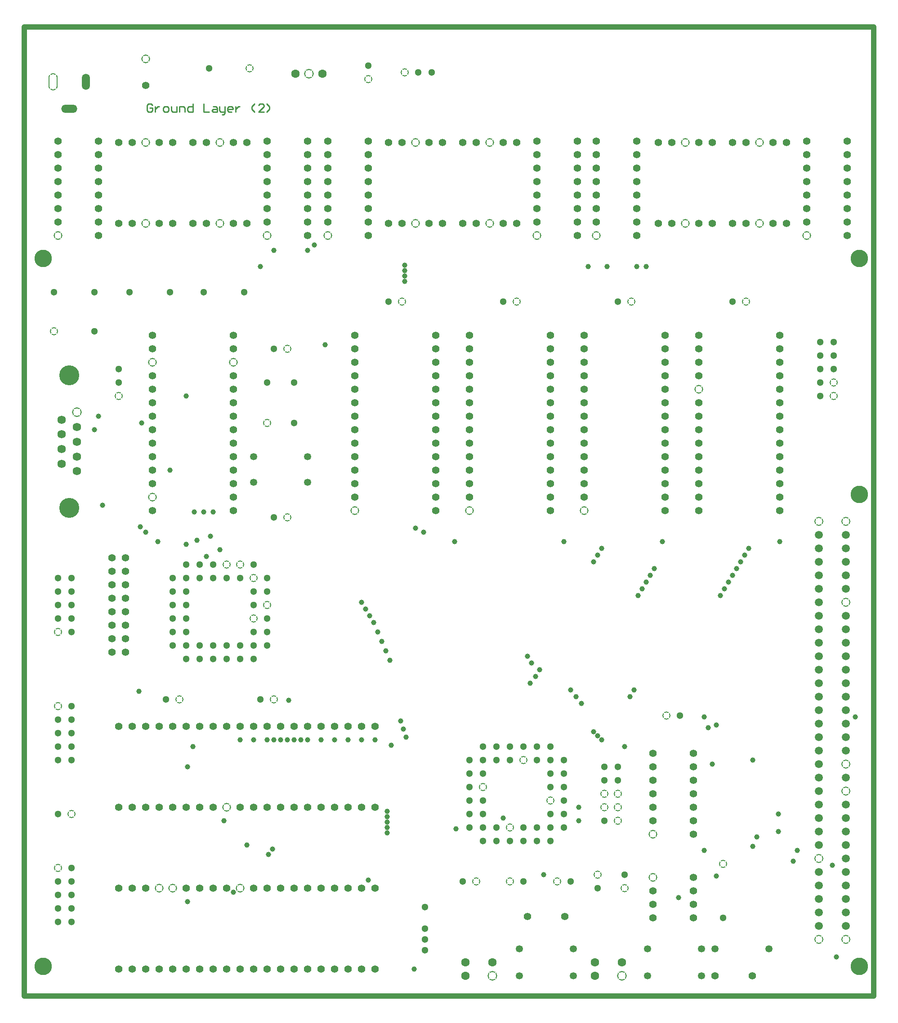
<source format=gbr>
G04 Layer_Physical_Order=2*
G04 Layer_Color=32768*
%FSLAX26Y26*%
%MOIN*%
%TF.FileFunction,Copper,L2,Inr,Plane*%
%TF.Part,Single*%
G01*
G75*
%TA.AperFunction,NonConductor*%
%ADD14C,0.010000*%
%TA.AperFunction,ComponentPad*%
%ADD20C,0.055118*%
%ADD22C,0.059055*%
%TA.AperFunction,NonConductor*%
%ADD39C,0.040000*%
%TA.AperFunction,ComponentPad*%
%AMTHOVALD40*
21,1,0.060630,0.068898,0,0,90.0*
1,1,0.068898,0.000000,-0.030315*
1,1,0.068898,0.000000,0.030315*
21,0,0.060630,0.053150,0,0,90.0*
1,0,0.053150,0.000000,-0.030315*
1,0,0.053150,0.000000,0.030315*
4,0,4,0.002784,-0.027531,0.027143,-0.051890,0.021575,-0.057458,-0.002784,-0.033099,0.002784,-0.027531,0.0*
4,0,4,0.002784,0.033099,-0.021575,0.057458,-0.027143,0.051890,-0.002784,0.027531,0.002784,0.033099,0.0*
4,0,4,0.002784,-0.033099,-0.021575,-0.057458,-0.027143,-0.051890,-0.002784,-0.027531,0.002784,-0.033099,0.0*
4,0,4,0.002784,0.027531,0.027143,0.051890,0.021575,0.057458,-0.002784,0.033099,0.002784,0.027531,0.0*
%
%ADD40THOVALD40*%

%ADD41O,0.059055X0.119685*%
%ADD42O,0.119685X0.059055*%
%ADD43C,0.148031*%
%ADD44C,0.062598*%
G04:AMPARAMS|DCode=45|XSize=72.441mil|YSize=72.441mil|CornerRadius=0mil|HoleSize=0mil|Usage=FLASHONLY|Rotation=0.000|XOffset=0mil|YOffset=0mil|HoleType=Round|Shape=Relief|Width=7.874mil|Gap=7.874mil|Entries=4|*
%AMTHD45*
7,0,0,0.072441,0.056693,0.007874,45*
%
%ADD45THD45*%
%ADD46C,0.053150*%
G04:AMPARAMS|DCode=47|XSize=61.024mil|YSize=61.024mil|CornerRadius=0mil|HoleSize=0mil|Usage=FLASHONLY|Rotation=0.000|XOffset=0mil|YOffset=0mil|HoleType=Round|Shape=Relief|Width=7.874mil|Gap=7.874mil|Entries=4|*
%AMTHD47*
7,0,0,0.061024,0.045276,0.007874,45*
%
%ADD47THD47*%
%ADD48C,0.051181*%
%ADD49C,0.062992*%
G04:AMPARAMS|DCode=50|XSize=72.835mil|YSize=72.835mil|CornerRadius=0mil|HoleSize=0mil|Usage=FLASHONLY|Rotation=0.000|XOffset=0mil|YOffset=0mil|HoleType=Round|Shape=Relief|Width=7.874mil|Gap=7.874mil|Entries=4|*
%AMTHD50*
7,0,0,0.072835,0.057087,0.007874,45*
%
%ADD50THD50*%
%ADD51C,0.055118*%
G04:AMPARAMS|DCode=52|XSize=64.961mil|YSize=64.961mil|CornerRadius=0mil|HoleSize=0mil|Usage=FLASHONLY|Rotation=0.000|XOffset=0mil|YOffset=0mil|HoleType=Round|Shape=Relief|Width=7.874mil|Gap=7.874mil|Entries=4|*
%AMTHD52*
7,0,0,0.064961,0.049213,0.007874,45*
%
%ADD52THD52*%
G04:AMPARAMS|DCode=53|XSize=64.961mil|YSize=64.961mil|CornerRadius=0mil|HoleSize=0mil|Usage=FLASHONLY|Rotation=0.000|XOffset=0mil|YOffset=0mil|HoleType=Round|Shape=Relief|Width=7.874mil|Gap=7.874mil|Entries=4|*
%AMTHD53*
7,0,0,0.064961,0.049213,0.007874,45*
%
%ADD53THD53*%
%ADD54C,0.129921*%
G04:AMPARAMS|DCode=55|XSize=68.898mil|YSize=68.898mil|CornerRadius=0mil|HoleSize=0mil|Usage=FLASHONLY|Rotation=0.000|XOffset=0mil|YOffset=0mil|HoleType=Round|Shape=Relief|Width=7.874mil|Gap=7.874mil|Entries=4|*
%AMTHD55*
7,0,0,0.068898,0.053150,0.007874,45*
%
%ADD55THD55*%
%TA.AperFunction,ViaPad*%
%ADD56C,0.129921*%
%ADD57C,0.039370*%
D14*
X949987Y6604984D02*
X939990Y6614981D01*
X919997D01*
X910000Y6604984D01*
Y6564997D01*
X919997Y6555000D01*
X939990D01*
X949987Y6564997D01*
Y6584990D01*
X929994D01*
X969981Y6594987D02*
Y6555000D01*
Y6574993D01*
X979977Y6584990D01*
X989974Y6594987D01*
X999971D01*
X1039958Y6555000D02*
X1059951D01*
X1069948Y6564997D01*
Y6584990D01*
X1059951Y6594987D01*
X1039958D01*
X1029961Y6584990D01*
Y6564997D01*
X1039958Y6555000D01*
X1089942Y6594987D02*
Y6564997D01*
X1099939Y6555000D01*
X1129929D01*
Y6594987D01*
X1149922Y6555000D02*
Y6594987D01*
X1179913D01*
X1189909Y6584990D01*
Y6555000D01*
X1249890Y6614981D02*
Y6555000D01*
X1219900D01*
X1209903Y6564997D01*
Y6584990D01*
X1219900Y6594987D01*
X1249890D01*
X1329864Y6614981D02*
Y6555000D01*
X1369851D01*
X1399842Y6594987D02*
X1419835D01*
X1429832Y6584990D01*
Y6555000D01*
X1399842D01*
X1389845Y6564997D01*
X1399842Y6574993D01*
X1429832D01*
X1449825Y6594987D02*
Y6564997D01*
X1459822Y6555000D01*
X1489812D01*
Y6545003D01*
X1479816Y6535007D01*
X1469819D01*
X1489812Y6555000D02*
Y6594987D01*
X1539796Y6555000D02*
X1519803D01*
X1509806Y6564997D01*
Y6584990D01*
X1519803Y6594987D01*
X1539796D01*
X1549793Y6584990D01*
Y6574993D01*
X1509806D01*
X1569787Y6594987D02*
Y6555000D01*
Y6574993D01*
X1579783Y6584990D01*
X1589780Y6594987D01*
X1599777D01*
X1709741Y6555000D02*
X1689748Y6574993D01*
Y6594987D01*
X1709741Y6614981D01*
X1779719Y6555000D02*
X1739732D01*
X1779719Y6594987D01*
Y6604984D01*
X1769722Y6614981D01*
X1749728D01*
X1739732Y6604984D01*
X1799712Y6555000D02*
X1819706Y6574993D01*
Y6594987D01*
X1799712Y6614981D01*
D20*
X5399764Y150000D02*
D03*
X5120236D02*
D03*
X5250000Y5730000D02*
D03*
X5350000D02*
D03*
X5550000D02*
D03*
X5650000D02*
D03*
X5250000Y6330000D02*
D03*
X5350000D02*
D03*
X5550000D02*
D03*
X5650000D02*
D03*
X4700000Y5730000D02*
D03*
X4800000D02*
D03*
X5000000D02*
D03*
X5100000D02*
D03*
X4700000Y6330000D02*
D03*
X4800000D02*
D03*
X5000000D02*
D03*
X5100000D02*
D03*
X1250000Y5730000D02*
D03*
X1350000D02*
D03*
X1550000D02*
D03*
X1650000D02*
D03*
X1250000Y6330000D02*
D03*
X1350000D02*
D03*
X1550000D02*
D03*
X1650000D02*
D03*
X700000Y5730000D02*
D03*
X800000D02*
D03*
X1000000D02*
D03*
X1100000D02*
D03*
X700000Y6330000D02*
D03*
X800000D02*
D03*
X1000000D02*
D03*
X1100000D02*
D03*
X3250000Y5730000D02*
D03*
X3350000D02*
D03*
X3550000D02*
D03*
X3650000D02*
D03*
X3250000Y6330000D02*
D03*
X3350000D02*
D03*
X3550000D02*
D03*
X3650000D02*
D03*
X2700000Y5730000D02*
D03*
X2800000D02*
D03*
X3000000D02*
D03*
X3100000D02*
D03*
X2700000Y6330000D02*
D03*
X2800000D02*
D03*
X3000000D02*
D03*
X3100000D02*
D03*
X4009764Y590000D02*
D03*
X3730236D02*
D03*
X650000Y3250000D02*
D03*
X750000D02*
D03*
X650000Y3150000D02*
D03*
X750000D02*
D03*
X650000Y3050000D02*
D03*
X750000D02*
D03*
X650000Y2950000D02*
D03*
X750000D02*
D03*
X650000Y2850000D02*
D03*
X750000D02*
D03*
X650000Y2750000D02*
D03*
X750000D02*
D03*
X650000Y2650000D02*
D03*
X750000D02*
D03*
X650000Y2550000D02*
D03*
X750000D02*
D03*
X950000Y4900000D02*
D03*
Y4800000D02*
D03*
Y4600000D02*
D03*
Y4500000D02*
D03*
Y4400000D02*
D03*
Y4300000D02*
D03*
Y4200000D02*
D03*
Y4100000D02*
D03*
Y4000000D02*
D03*
Y3900000D02*
D03*
Y3800000D02*
D03*
Y3600000D02*
D03*
X1550000Y4900000D02*
D03*
Y4800000D02*
D03*
Y4600000D02*
D03*
Y4500000D02*
D03*
Y4400000D02*
D03*
Y4300000D02*
D03*
Y4200000D02*
D03*
Y4100000D02*
D03*
Y4000000D02*
D03*
Y3900000D02*
D03*
Y3800000D02*
D03*
Y3700000D02*
D03*
Y3600000D02*
D03*
X900000Y6751575D02*
D03*
D22*
X5890551Y3418504D02*
D03*
Y3118504D02*
D03*
Y2818504D02*
D03*
Y2518504D02*
D03*
X6090551Y518504D02*
D03*
X5890551Y3318504D02*
D03*
Y3218504D02*
D03*
Y3018504D02*
D03*
Y2918504D02*
D03*
Y2718504D02*
D03*
Y2618504D02*
D03*
Y2418504D02*
D03*
X6090551Y3318504D02*
D03*
Y3218504D02*
D03*
Y3018504D02*
D03*
Y2718504D02*
D03*
Y2618504D02*
D03*
Y2418504D02*
D03*
X5890551Y618504D02*
D03*
Y718504D02*
D03*
Y918504D02*
D03*
Y1218504D02*
D03*
Y1318504D02*
D03*
Y1518504D02*
D03*
X6090551Y618504D02*
D03*
Y718504D02*
D03*
Y918504D02*
D03*
Y1018504D02*
D03*
Y1218504D02*
D03*
Y1318504D02*
D03*
X5890551Y1618504D02*
D03*
Y1718504D02*
D03*
Y1818504D02*
D03*
Y1918504D02*
D03*
Y2018504D02*
D03*
Y2118504D02*
D03*
Y2218504D02*
D03*
Y2318504D02*
D03*
X6090551Y1618504D02*
D03*
Y1818504D02*
D03*
Y1918504D02*
D03*
Y2018504D02*
D03*
Y2118504D02*
D03*
Y2218504D02*
D03*
Y2318504D02*
D03*
Y3418504D02*
D03*
Y3118504D02*
D03*
Y2818504D02*
D03*
Y2518504D02*
D03*
Y1418504D02*
D03*
Y1118504D02*
D03*
Y818504D02*
D03*
X5890551Y518504D02*
D03*
Y818504D02*
D03*
Y1118504D02*
D03*
Y1418504D02*
D03*
D39*
X-1Y7185039D02*
X0Y0D01*
X-1Y7185039D02*
X6299211D01*
X6299213Y0D01*
X0D02*
X6299213D01*
D40*
X215276Y6780630D02*
D03*
D41*
X459370Y6780787D02*
D03*
D42*
X335000Y6580000D02*
D03*
D43*
X334016Y4601929D02*
D03*
Y3618071D02*
D03*
D44*
X389921Y3891890D02*
D03*
X278110Y3946417D02*
D03*
X389921Y4000945D02*
D03*
X278110Y4055472D02*
D03*
X389921Y4110000D02*
D03*
X278110Y4164528D02*
D03*
X389921Y4219055D02*
D03*
X278110Y4273583D02*
D03*
D45*
X389921Y4328110D02*
D03*
D46*
X3670000Y150000D02*
D03*
X4070000D02*
D03*
X5020000D02*
D03*
X4620000D02*
D03*
X3670000Y350000D02*
D03*
X4070000D02*
D03*
X5020000D02*
D03*
X4620000D02*
D03*
X5520000D02*
D03*
X5120000D02*
D03*
X2100000Y4000000D02*
D03*
X1700000D02*
D03*
X2100000Y3810000D02*
D03*
X1700000D02*
D03*
D47*
X3600000Y850000D02*
D03*
X4250000Y900000D02*
D03*
X4450000Y800000D02*
D03*
X1150000Y2200000D02*
D03*
X3350000Y850000D02*
D03*
X4500000Y5150000D02*
D03*
X2800000D02*
D03*
X3650000D02*
D03*
X1850000Y2200000D02*
D03*
X4760000Y2080000D02*
D03*
X3950000Y850000D02*
D03*
X5350000Y5150000D02*
D03*
X1950000Y3550000D02*
D03*
X1700000Y2800000D02*
D03*
X1800000Y2900000D02*
D03*
X1700000Y3100000D02*
D03*
X1600000Y3200000D02*
D03*
X1500000D02*
D03*
X220000Y4930000D02*
D03*
X700000Y4450000D02*
D03*
X250000Y2700000D02*
D03*
Y2150000D02*
D03*
Y950000D02*
D03*
X1950000Y4800000D02*
D03*
X4400000Y1300000D02*
D03*
Y1400000D02*
D03*
X4300000D02*
D03*
X4400000Y1500000D02*
D03*
X4300000D02*
D03*
X2820000Y6850000D02*
D03*
X2550000Y6800000D02*
D03*
X1670000Y6880000D02*
D03*
X1800000Y4250000D02*
D03*
X5180000Y980000D02*
D03*
X6000000Y4450000D02*
D03*
Y4550000D02*
D03*
X3700000Y1750000D02*
D03*
X3400000Y1550000D02*
D03*
X3600000Y1250000D02*
D03*
X3900000Y1450000D02*
D03*
X350000Y1350000D02*
D03*
D48*
X3700000Y850000D02*
D03*
X4250000Y800000D02*
D03*
X4450000Y900000D02*
D03*
X1050000Y2200000D02*
D03*
X3250000Y850000D02*
D03*
X4400000Y5150000D02*
D03*
X2700000D02*
D03*
X3550000D02*
D03*
X1750000Y2200000D02*
D03*
X4860000Y2080000D02*
D03*
X4050000Y850000D02*
D03*
X250000Y1350000D02*
D03*
X5250000Y5150000D02*
D03*
X1850000Y3550000D02*
D03*
X1400000Y2600000D02*
D03*
X1500000Y2500000D02*
D03*
Y2600000D02*
D03*
X1600000Y2500000D02*
D03*
Y2600000D02*
D03*
X1700000Y2500000D02*
D03*
X1800000Y2600000D02*
D03*
X1700000D02*
D03*
X1800000Y2700000D02*
D03*
X1700000D02*
D03*
X1800000Y2800000D02*
D03*
X1700000Y2900000D02*
D03*
X1800000Y3000000D02*
D03*
X1700000D02*
D03*
X1800000Y3100000D02*
D03*
X1700000Y3200000D02*
D03*
X1600000Y3100000D02*
D03*
X1500000D02*
D03*
X1400000Y3200000D02*
D03*
Y3100000D02*
D03*
X1200000Y3000000D02*
D03*
Y2900000D02*
D03*
Y3100000D02*
D03*
X1300000Y3200000D02*
D03*
Y3100000D02*
D03*
X1200000Y3200000D02*
D03*
X1300000Y2600000D02*
D03*
X1100000Y3100000D02*
D03*
X1300000Y2500000D02*
D03*
X1100000Y3000000D02*
D03*
Y2900000D02*
D03*
X1200000Y2800000D02*
D03*
Y2700000D02*
D03*
X1100000Y2800000D02*
D03*
X1200000Y2600000D02*
D03*
X1100000Y2700000D02*
D03*
Y2600000D02*
D03*
X1200000Y2500000D02*
D03*
X1400000D02*
D03*
X1330000Y5220000D02*
D03*
X1630000D02*
D03*
X780000D02*
D03*
X1080000D02*
D03*
X520000D02*
D03*
X220000D02*
D03*
X520000Y4930000D02*
D03*
X700000Y4550000D02*
D03*
Y4650000D02*
D03*
X350000Y2700000D02*
D03*
Y2800000D02*
D03*
X250000D02*
D03*
X350000Y2900000D02*
D03*
X250000D02*
D03*
X350000Y3000000D02*
D03*
X250000D02*
D03*
X350000Y3100000D02*
D03*
X250000D02*
D03*
X350000Y2150000D02*
D03*
X250000Y2050000D02*
D03*
X350000D02*
D03*
X250000Y1950000D02*
D03*
X350000D02*
D03*
X250000Y1850000D02*
D03*
X350000D02*
D03*
X250000Y1750000D02*
D03*
X350000D02*
D03*
Y950000D02*
D03*
X250000Y850000D02*
D03*
X350000D02*
D03*
X250000Y750000D02*
D03*
X350000D02*
D03*
X250000Y650000D02*
D03*
X350000D02*
D03*
X250000Y550000D02*
D03*
X350000D02*
D03*
X1850000Y4800000D02*
D03*
X2000000Y4550000D02*
D03*
X1800000D02*
D03*
X4300000Y1300000D02*
D03*
X4400000Y1600000D02*
D03*
X4300000D02*
D03*
X4400000Y1700000D02*
D03*
X4300000D02*
D03*
X3020000Y6850000D02*
D03*
X2920000D02*
D03*
X2550000Y6900000D02*
D03*
X1370000Y6880000D02*
D03*
X2000000Y4250000D02*
D03*
X5180000Y580000D02*
D03*
X5900000Y4450000D02*
D03*
Y4550000D02*
D03*
X6000000Y4650000D02*
D03*
X5900000D02*
D03*
X6000000Y4750000D02*
D03*
X5900000D02*
D03*
X6000000Y4850000D02*
D03*
X5900000D02*
D03*
X2970000Y660000D02*
D03*
Y500000D02*
D03*
Y420000D02*
D03*
Y340000D02*
D03*
X3600000Y1850000D02*
D03*
Y1750000D02*
D03*
X3500000Y1850000D02*
D03*
Y1750000D02*
D03*
X3400000Y1850000D02*
D03*
X3300000Y1750000D02*
D03*
X3400000D02*
D03*
X3300000Y1650000D02*
D03*
X3400000D02*
D03*
X3300000Y1550000D02*
D03*
Y1450000D02*
D03*
X3400000D02*
D03*
X3300000Y1350000D02*
D03*
X3400000D02*
D03*
X3300000Y1250000D02*
D03*
X3400000Y1150000D02*
D03*
Y1250000D02*
D03*
X3500000Y1150000D02*
D03*
Y1250000D02*
D03*
X3600000Y1150000D02*
D03*
X3700000D02*
D03*
Y1250000D02*
D03*
X3900000Y1350000D02*
D03*
Y1250000D02*
D03*
X3800000Y1150000D02*
D03*
Y1250000D02*
D03*
X3900000Y1150000D02*
D03*
X3800000Y1750000D02*
D03*
X4000000Y1250000D02*
D03*
X3800000Y1850000D02*
D03*
X4000000Y1350000D02*
D03*
Y1450000D02*
D03*
X3900000Y1550000D02*
D03*
Y1650000D02*
D03*
X4000000Y1550000D02*
D03*
X3900000Y1750000D02*
D03*
X4000000Y1650000D02*
D03*
Y1750000D02*
D03*
X3900000Y1850000D02*
D03*
X3700000D02*
D03*
D49*
X3470000Y250000D02*
D03*
X3270000D02*
D03*
Y150000D02*
D03*
X2010000Y6840000D02*
D03*
X4430000Y250000D02*
D03*
X4230000D02*
D03*
Y150000D02*
D03*
X2210000Y6840000D02*
D03*
D50*
X3470000Y150000D02*
D03*
X2110000Y6840000D02*
D03*
X4430000Y150000D02*
D03*
D51*
X4150000Y4900000D02*
D03*
Y4800000D02*
D03*
Y4700000D02*
D03*
Y4600000D02*
D03*
Y4500000D02*
D03*
Y4400000D02*
D03*
Y4300000D02*
D03*
Y4200000D02*
D03*
Y4100000D02*
D03*
Y4000000D02*
D03*
Y3900000D02*
D03*
Y3800000D02*
D03*
Y3700000D02*
D03*
X4750000Y4900000D02*
D03*
Y4800000D02*
D03*
Y4700000D02*
D03*
Y4600000D02*
D03*
Y4500000D02*
D03*
Y4400000D02*
D03*
Y4300000D02*
D03*
Y4200000D02*
D03*
Y4100000D02*
D03*
Y4000000D02*
D03*
Y3900000D02*
D03*
Y3800000D02*
D03*
Y3700000D02*
D03*
Y3600000D02*
D03*
X2450000Y4900000D02*
D03*
Y4800000D02*
D03*
Y4700000D02*
D03*
Y4600000D02*
D03*
Y4500000D02*
D03*
Y4400000D02*
D03*
Y4300000D02*
D03*
Y4200000D02*
D03*
Y4100000D02*
D03*
Y4000000D02*
D03*
Y3900000D02*
D03*
Y3800000D02*
D03*
Y3700000D02*
D03*
X3050000Y4900000D02*
D03*
Y4800000D02*
D03*
Y4700000D02*
D03*
Y4600000D02*
D03*
Y4500000D02*
D03*
Y4400000D02*
D03*
Y4300000D02*
D03*
Y4200000D02*
D03*
Y4100000D02*
D03*
Y4000000D02*
D03*
Y3900000D02*
D03*
Y3800000D02*
D03*
Y3700000D02*
D03*
Y3600000D02*
D03*
X5000000Y4900000D02*
D03*
Y4800000D02*
D03*
Y4700000D02*
D03*
Y4600000D02*
D03*
Y4400000D02*
D03*
Y4300000D02*
D03*
Y4200000D02*
D03*
Y4100000D02*
D03*
Y4000000D02*
D03*
Y3900000D02*
D03*
Y3800000D02*
D03*
Y3700000D02*
D03*
Y3600000D02*
D03*
X5600000Y4900000D02*
D03*
Y4800000D02*
D03*
Y4700000D02*
D03*
Y4600000D02*
D03*
Y4500000D02*
D03*
Y4400000D02*
D03*
Y4300000D02*
D03*
Y4200000D02*
D03*
Y4100000D02*
D03*
Y4000000D02*
D03*
Y3900000D02*
D03*
Y3800000D02*
D03*
Y3700000D02*
D03*
Y3600000D02*
D03*
X2600000Y800000D02*
D03*
X2500000D02*
D03*
X2400000D02*
D03*
X2300000D02*
D03*
X2200000D02*
D03*
X2100000D02*
D03*
X2000000D02*
D03*
X1900000D02*
D03*
X1800000D02*
D03*
X1700000D02*
D03*
X1500000D02*
D03*
X1400000D02*
D03*
X1300000D02*
D03*
X1200000D02*
D03*
X900000D02*
D03*
X800000D02*
D03*
X700000D02*
D03*
X2600000Y200000D02*
D03*
X2500000D02*
D03*
X2400000D02*
D03*
X2300000D02*
D03*
X2200000D02*
D03*
X2100000D02*
D03*
X2000000D02*
D03*
X1900000D02*
D03*
X1800000D02*
D03*
X1700000D02*
D03*
X1600000D02*
D03*
X1500000D02*
D03*
X1400000D02*
D03*
X1300000D02*
D03*
X1200000D02*
D03*
X1100000D02*
D03*
X1000000D02*
D03*
X900000D02*
D03*
X800000D02*
D03*
X700000D02*
D03*
X6100000Y5640000D02*
D03*
Y5740000D02*
D03*
Y5840000D02*
D03*
Y5940000D02*
D03*
Y6040000D02*
D03*
Y6140000D02*
D03*
Y6240000D02*
D03*
Y6340000D02*
D03*
X5800000Y5740000D02*
D03*
Y5840000D02*
D03*
Y5940000D02*
D03*
Y6040000D02*
D03*
Y6140000D02*
D03*
Y6240000D02*
D03*
Y6340000D02*
D03*
X4541762Y5640000D02*
D03*
Y5740000D02*
D03*
Y5840000D02*
D03*
Y5940000D02*
D03*
Y6040000D02*
D03*
Y6140000D02*
D03*
Y6240000D02*
D03*
Y6340000D02*
D03*
X4241762Y5740000D02*
D03*
Y5840000D02*
D03*
Y5940000D02*
D03*
Y6040000D02*
D03*
Y6140000D02*
D03*
Y6240000D02*
D03*
Y6340000D02*
D03*
X2100000Y5640000D02*
D03*
Y5740000D02*
D03*
Y5840000D02*
D03*
Y5940000D02*
D03*
Y6040000D02*
D03*
Y6140000D02*
D03*
Y6240000D02*
D03*
Y6340000D02*
D03*
X1800000Y5740000D02*
D03*
Y5840000D02*
D03*
Y5940000D02*
D03*
Y6040000D02*
D03*
Y6140000D02*
D03*
Y6240000D02*
D03*
Y6340000D02*
D03*
X550000Y5640000D02*
D03*
Y5740000D02*
D03*
Y5840000D02*
D03*
Y5940000D02*
D03*
Y6040000D02*
D03*
Y6140000D02*
D03*
Y6240000D02*
D03*
Y6340000D02*
D03*
X250000Y5740000D02*
D03*
Y5840000D02*
D03*
Y5940000D02*
D03*
Y6040000D02*
D03*
Y6140000D02*
D03*
Y6240000D02*
D03*
Y6340000D02*
D03*
X4100000Y5640000D02*
D03*
Y5740000D02*
D03*
Y5840000D02*
D03*
Y5940000D02*
D03*
Y6040000D02*
D03*
Y6140000D02*
D03*
Y6240000D02*
D03*
Y6340000D02*
D03*
X3800000Y5740000D02*
D03*
Y5840000D02*
D03*
Y5940000D02*
D03*
Y6040000D02*
D03*
Y6140000D02*
D03*
Y6240000D02*
D03*
Y6340000D02*
D03*
X2550000Y5640000D02*
D03*
Y5740000D02*
D03*
Y5840000D02*
D03*
Y5940000D02*
D03*
Y6040000D02*
D03*
Y6140000D02*
D03*
Y6240000D02*
D03*
Y6340000D02*
D03*
X2250000Y5740000D02*
D03*
Y5840000D02*
D03*
Y5940000D02*
D03*
Y6040000D02*
D03*
Y6140000D02*
D03*
Y6240000D02*
D03*
Y6340000D02*
D03*
X2600000Y2000000D02*
D03*
X2500000D02*
D03*
X2400000D02*
D03*
X2300000D02*
D03*
X2200000D02*
D03*
X2100000D02*
D03*
X2000000D02*
D03*
X1900000D02*
D03*
X1800000D02*
D03*
X1700000D02*
D03*
X1600000D02*
D03*
X1500000D02*
D03*
X1400000D02*
D03*
X1300000D02*
D03*
X1200000D02*
D03*
X1100000D02*
D03*
X1000000D02*
D03*
X900000D02*
D03*
X800000D02*
D03*
X700000D02*
D03*
X2600000Y1400000D02*
D03*
X2500000D02*
D03*
X2400000D02*
D03*
X2300000D02*
D03*
X2200000D02*
D03*
X2100000D02*
D03*
X2000000D02*
D03*
X1900000D02*
D03*
X1800000D02*
D03*
X1700000D02*
D03*
X1600000D02*
D03*
X1400000D02*
D03*
X1300000D02*
D03*
X1200000D02*
D03*
X1100000D02*
D03*
X1000000D02*
D03*
X900000D02*
D03*
X800000D02*
D03*
X700000D02*
D03*
X3300000Y4900000D02*
D03*
Y4800000D02*
D03*
Y4700000D02*
D03*
Y4600000D02*
D03*
Y4500000D02*
D03*
Y4400000D02*
D03*
Y4300000D02*
D03*
Y4200000D02*
D03*
Y4100000D02*
D03*
Y4000000D02*
D03*
Y3900000D02*
D03*
Y3800000D02*
D03*
Y3700000D02*
D03*
X3900000Y4900000D02*
D03*
Y4800000D02*
D03*
Y4700000D02*
D03*
Y4600000D02*
D03*
Y4500000D02*
D03*
Y4400000D02*
D03*
Y4300000D02*
D03*
Y4200000D02*
D03*
Y4100000D02*
D03*
Y4000000D02*
D03*
Y3900000D02*
D03*
Y3800000D02*
D03*
Y3700000D02*
D03*
Y3600000D02*
D03*
X4960000Y580000D02*
D03*
Y680000D02*
D03*
Y780000D02*
D03*
Y880000D02*
D03*
X4660000Y580000D02*
D03*
Y680000D02*
D03*
Y780000D02*
D03*
X4960000Y1200000D02*
D03*
Y1300000D02*
D03*
Y1400000D02*
D03*
Y1500000D02*
D03*
Y1600000D02*
D03*
Y1700000D02*
D03*
Y1800000D02*
D03*
X4660000Y1300000D02*
D03*
Y1400000D02*
D03*
Y1500000D02*
D03*
Y1600000D02*
D03*
Y1700000D02*
D03*
Y1800000D02*
D03*
D52*
X4150000Y3600000D02*
D03*
X2450000D02*
D03*
X5000000Y4500000D02*
D03*
X1600000Y800000D02*
D03*
X1100000D02*
D03*
X1000000D02*
D03*
X5800000Y5640000D02*
D03*
X4241762D02*
D03*
X1800000D02*
D03*
X250000D02*
D03*
X3800000D02*
D03*
X2250000D02*
D03*
X1500000Y1400000D02*
D03*
X3300000Y3600000D02*
D03*
X4660000Y880000D02*
D03*
Y1200000D02*
D03*
D53*
X5450000Y5730000D02*
D03*
Y6330000D02*
D03*
X4900000Y5730000D02*
D03*
Y6330000D02*
D03*
X1450000Y5730000D02*
D03*
Y6330000D02*
D03*
X900000Y5730000D02*
D03*
Y6330000D02*
D03*
X3450000Y5730000D02*
D03*
Y6330000D02*
D03*
X2900000Y5730000D02*
D03*
Y6330000D02*
D03*
X950000Y4700000D02*
D03*
Y3700000D02*
D03*
X1550000Y4700000D02*
D03*
X900000Y6948425D02*
D03*
D54*
X6190551Y218504D02*
D03*
Y3718504D02*
D03*
D55*
X5890551Y3518504D02*
D03*
X6090551D02*
D03*
Y2918504D02*
D03*
X5890551Y418504D02*
D03*
Y1018504D02*
D03*
X6090551Y418504D02*
D03*
Y1518504D02*
D03*
Y1718504D02*
D03*
D56*
X141732Y218504D02*
D03*
X6190551Y5468504D02*
D03*
X141732D02*
D03*
D57*
X3850000Y900000D02*
D03*
X1550000Y770000D02*
D03*
X1480000Y1300000D02*
D03*
X2690000Y1370000D02*
D03*
Y1330000D02*
D03*
Y1290000D02*
D03*
Y1250000D02*
D03*
Y1210000D02*
D03*
X3200000Y1240000D02*
D03*
X1810000Y1050000D02*
D03*
X1840000Y1090000D02*
D03*
X2890000Y200000D02*
D03*
X1650000Y1120000D02*
D03*
X5370000Y3320000D02*
D03*
X5340000Y3270000D02*
D03*
X5310000Y3220000D02*
D03*
X5280000Y3170000D02*
D03*
X5250000Y3118504D02*
D03*
X5220000Y3070000D02*
D03*
X5160000Y2970000D02*
D03*
X5190000Y3018504D02*
D03*
X4490000Y2220000D02*
D03*
X4520000Y2270000D02*
D03*
X4110000Y1400000D02*
D03*
Y1300000D02*
D03*
X4670000Y3170000D02*
D03*
X4640000Y3120000D02*
D03*
X4610000Y3070000D02*
D03*
X4580000Y3020000D02*
D03*
X4550000Y2970000D02*
D03*
X4280000Y3320000D02*
D03*
X4250000Y3270000D02*
D03*
X4220000Y3220000D02*
D03*
X2550000Y860000D02*
D03*
X2050000Y1900000D02*
D03*
X1950000D02*
D03*
X1850000D02*
D03*
X4850000Y730000D02*
D03*
X1080000Y3900000D02*
D03*
X580000Y3640000D02*
D03*
X2960000Y3440000D02*
D03*
X2900000Y3470000D02*
D03*
X1960000Y2192500D02*
D03*
X2600000Y1900000D02*
D03*
X2500000D02*
D03*
X2400000D02*
D03*
X2300000D02*
D03*
X2200000D02*
D03*
X2100000D02*
D03*
X2000000D02*
D03*
X1900000D02*
D03*
X1800000D02*
D03*
X1700000D02*
D03*
X1600000D02*
D03*
X3730000Y2520000D02*
D03*
X3760000Y2470000D02*
D03*
X2710000Y2490000D02*
D03*
X2680000Y2560000D02*
D03*
X2650000Y2630000D02*
D03*
X2620000Y2700000D02*
D03*
X2590000Y2770000D02*
D03*
X2560000Y2820000D02*
D03*
X2530000Y2870000D02*
D03*
X2500000Y2918504D02*
D03*
X3790000Y2370000D02*
D03*
X3820000Y2418504D02*
D03*
X1450000Y3310000D02*
D03*
X1350000Y3260000D02*
D03*
X860000Y3480000D02*
D03*
X1260000Y3590000D02*
D03*
X1330000D02*
D03*
X1200000Y4450000D02*
D03*
X900000Y3440000D02*
D03*
X550000Y4300000D02*
D03*
X520000Y4200000D02*
D03*
X990000Y3370000D02*
D03*
X1400000Y3590000D02*
D03*
X870000Y4250000D02*
D03*
X2150000Y5570000D02*
D03*
X2100000Y5530000D02*
D03*
X2820000Y5380000D02*
D03*
X1850000Y5530000D02*
D03*
X2820000Y5340000D02*
D03*
Y5300000D02*
D03*
X1750000Y5410000D02*
D03*
X2820000Y5420000D02*
D03*
X4450000Y1850000D02*
D03*
X4050000Y2270000D02*
D03*
X4090000Y2220000D02*
D03*
X4130000Y2170000D02*
D03*
X4220000Y1960000D02*
D03*
X4250000Y1930000D02*
D03*
X4280000Y1900000D02*
D03*
X3750000Y2320000D02*
D03*
X1250000Y1850000D02*
D03*
X850000Y2260000D02*
D03*
X1210000Y700000D02*
D03*
Y1700000D02*
D03*
X1200000Y3350000D02*
D03*
X1280000Y3380000D02*
D03*
X1380000Y3410000D02*
D03*
X5070000Y1990000D02*
D03*
X5130000Y2010000D02*
D03*
X5100000Y1720000D02*
D03*
X5590000Y1350000D02*
D03*
Y1220000D02*
D03*
X2230000Y4830000D02*
D03*
X6020000Y290000D02*
D03*
X5400000Y1750000D02*
D03*
X5700000Y1000000D02*
D03*
X5990000Y970000D02*
D03*
X5730000Y1080000D02*
D03*
X5400000Y1110000D02*
D03*
X5430000Y1180000D02*
D03*
X5040000Y1080000D02*
D03*
Y2070236D02*
D03*
X6160000Y2070000D02*
D03*
X4000000Y3370000D02*
D03*
X3190000D02*
D03*
X3550000Y1320000D02*
D03*
X2720000Y1860000D02*
D03*
X4730000Y3370000D02*
D03*
X5600000D02*
D03*
X5130000Y890000D02*
D03*
X4180000Y5410000D02*
D03*
X4320000D02*
D03*
X4540000D02*
D03*
X4610000D02*
D03*
X2830000Y1920000D02*
D03*
X2810000Y1980000D02*
D03*
X2790000Y2040000D02*
D03*
%TF.MD5,91C57B25240585312CEB4D2B5264F589*%
M02*

</source>
